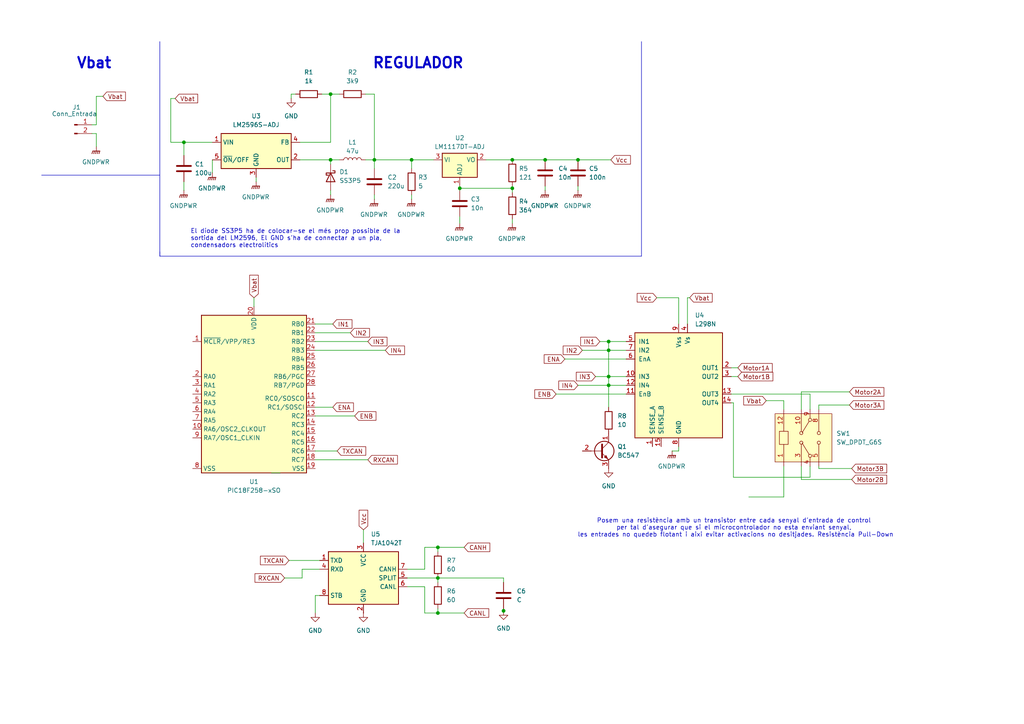
<source format=kicad_sch>
(kicad_sch (version 20250114) (generator "eeschema") (generator_version "9.0")
  (paper "A4")
  (lib_symbols
    (symbol "Connector:Conn_01x02_Pin" (pin_names (offset 1.016) (hide yes))
      (property "Reference" "J" (at 0 2.54 0))
      (property "Value" "Conn_01x02_Pin" (at 0 -5.08 0))
      (symbol "Conn_01x02_Pin_1_1"
        (rectangle (start 0.8636 0.127) (end 0 -0.127) (stroke (width 0.1524)) (fill (type outline)))
        (rectangle (start 0.8636 -2.413) (end 0 -2.667) (stroke (width 0.1524)) (fill (type outline)))
        (polyline (pts (xy 1.27 0) (xy 0.8636 0)) (stroke (width 0.1524)))
        (polyline (pts (xy 1.27 -2.54) (xy 0.8636 -2.54)) (stroke (width 0.1524)))
        (pin passive line (at 5.08 0 180) (length 3.81) (name "Pin_1") (number "1"))
        (pin passive line (at 5.08 -2.54 180) (length 3.81) (name "Pin_2") (number "2"))
      )
    )
    (symbol "Device:C" (pin_numbers (hide yes)) (pin_names (offset 0.254))
      (property "Reference" "C" (at 0.635 2.54 0))
      (property "Value" "C" (at 0.635 -2.54 0))
      (symbol "C_0_1"
        (polyline (pts (xy -2.032 0.762) (xy 2.032 0.762)) (stroke (width 0.508)))
        (polyline (pts (xy -2.032 -0.762) (xy 2.032 -0.762)) (stroke (width 0.508)))
      )
      (symbol "C_1_1"
        (pin passive line (at 0 3.81 270) (length 2.794) (name "~") (number "1"))
        (pin passive line (at 0 -3.81 90) (length 2.794) (name "~") (number "2"))
      )
    )
    (symbol "Device:L" (pin_numbers (hide yes)) (pin_names (offset 1.016) (hide yes))
      (property "Reference" "L" (at -1.27 0 90))
      (property "Value" "L" (at 1.905 0 90))
      (symbol "L_0_1"
        (arc (start 0 2.54) (mid 0.6323 1.905) (end 0 1.27))
        (arc (start 0 1.27) (mid 0.6323 0.635) (end 0 0))
        (arc (start 0 0) (mid 0.6323 -0.635) (end 0 -1.27))
        (arc (start 0 -1.27) (mid 0.6323 -1.905) (end 0 -2.54))
      )
      (symbol "L_1_1"
        (pin passive line (at 0 3.81 270) (length 1.27) (name "1") (number "1"))
        (pin passive line (at 0 -3.81 90) (length 1.27) (name "2") (number "2"))
      )
    )
    (symbol "Device:R" (pin_numbers (hide yes)) (pin_names (offset 0))
      (property "Reference" "R" (at 2.032 0 90))
      (property "Value" "R" (at 0 0 90))
      (symbol "R_0_1"
        (rectangle (start -1.016 -2.54) (end 1.016 2.54) (stroke (width 0.254)))
      )
      (symbol "R_1_1"
        (pin passive line (at 0 3.81 270) (length 1.27) (name "~") (number "1"))
        (pin passive line (at 0 -3.81 90) (length 1.27) (name "~") (number "2"))
      )
    )
    (symbol "Driver_Motor:L298N" (pin_names (offset 1.016))
      (property "Reference" "U" (at -10.16 16.51 0))
      (property "Value" "L298N" (at 12.7 16.51 0))
      (symbol "L298N_0_1"
        (rectangle (start -12.7 15.24) (end 12.7 -15.24) (stroke (width 0.254)) (fill (type background)))
      )
      (symbol "L298N_1_1"
        (pin input line (at -15.24 12.7 0) (length 2.54) (name "IN1") (number "5"))
        (pin input line (at -15.24 10.16 0) (length 2.54) (name "IN2") (number "7"))
        (pin input line (at -15.24 7.62 0) (length 2.54) (name "EnA") (number "6"))
        (pin input line (at -15.24 2.54 0) (length 2.54) (name "IN3") (number "10"))
        (pin input line (at -15.24 0 0) (length 2.54) (name "IN4") (number "12"))
        (pin input line (at -15.24 -2.54 0) (length 2.54) (name "EnB") (number "11"))
        (pin power_in line (at -7.62 -17.78 90) (length 2.54) (name "SENSE_A") (number "1"))
        (pin power_in line (at -5.08 -17.78 90) (length 2.54) (name "SENSE_B") (number "15"))
        (pin power_in line (at 0 17.78 270) (length 2.54) (name "Vss") (number "9"))
        (pin power_in line (at 0 -17.78 90) (length 2.54) (name "GND") (number "8"))
        (pin power_in line (at 2.54 17.78 270) (length 2.54) (name "Vs") (number "4"))
        (pin output line (at 15.24 5.08 180) (length 2.54) (name "OUT1") (number "2"))
        (pin output line (at 15.24 2.54 180) (length 2.54) (name "OUT2") (number "3"))
        (pin output line (at 15.24 -2.54 180) (length 2.54) (name "OUT3") (number "13"))
        (pin output line (at 15.24 -5.08 180) (length 2.54) (name "OUT4") (number "14"))
      )
    )
    (symbol "Interface_CAN_LIN:TJA1042T"
      (property "Reference" "U" (at -10.16 8.89 0))
      (property "Value" "TJA1042T" (at 1.27 8.89 0))
      (symbol "TJA1042T_0_1"
        (rectangle (start -10.16 7.62) (end 10.16 -7.62) (stroke (width 0.254)) (fill (type background)))
      )
      (symbol "TJA1042T_1_1"
        (pin input line (at -12.7 5.08 0) (length 2.54) (name "TXD") (number "1"))
        (pin output line (at -12.7 2.54 0) (length 2.54) (name "RXD") (number "4"))
        (pin input line (at -12.7 -5.08 0) (length 2.54) (name "STB") (number "8"))
        (pin power_in line (at 0 10.16 270) (length 2.54) (name "VCC") (number "3"))
        (pin power_in line (at 0 -10.16 90) (length 2.54) (name "GND") (number "2"))
        (pin bidirectional line (at 12.7 2.54 180) (length 2.54) (name "CANH") (number "7"))
        (pin power_out line (at 12.7 0 180) (length 2.54) (name "SPLIT") (number "5"))
        (pin bidirectional line (at 12.7 -2.54 180) (length 2.54) (name "CANL") (number "6"))
      )
    )
    (symbol "PracticasKiCad:PIC18F258-xSO"
      (property "Reference" "U" (at -12.7 25.4 0))
      (property "Value" "PIC18F258-xSO" (at 12.7 25.4 0))
      (symbol "PIC18F258-xSO_1_1"
        (rectangle (start -15.24 22.86) (end 15.24 -22.86) (stroke (width 0.254)) (fill (type background)))
        (pin input line (at -17.78 15.24 0) (length 2.54) (name "~{MCLR}/VPP/RE3") (number "1"))
        (pin bidirectional line (at -17.78 5.08 0) (length 2.54) (name "RA0") (number "2"))
        (pin bidirectional line (at -17.78 2.54 0) (length 2.54) (name "RA1") (number "3"))
        (pin bidirectional line (at -17.78 0 0) (length 2.54) (name "RA2") (number "4"))
        (pin bidirectional line (at -17.78 -2.54 0) (length 2.54) (name "RA3") (number "5"))
        (pin bidirectional line (at -17.78 -5.08 0) (length 2.54) (name "RA4") (number "6"))
        (pin bidirectional line (at -17.78 -7.62 0) (length 2.54) (name "RA5") (number "7"))
        (pin bidirectional line (at -17.78 -10.16 0) (length 2.54) (name "RA6/OSC2_CLKOUT") (number "10"))
        (pin bidirectional line (at -17.78 -12.7 0) (length 2.54) (name "RA7/OSC1_CLKIN") (number "9"))
        (pin power_in line (at -17.78 -21.59 0) (length 2.54) (name "VSS") (number "8"))
        (pin power_in line (at 0 25.4 270) (length 2.54) (name "VDD") (number "20"))
        (pin bidirectional line (at 17.78 20.32 180) (length 2.54) (name "RB0") (number "21"))
        (pin bidirectional line (at 17.78 17.78 180) (length 2.54) (name "RB1") (number "22"))
        (pin bidirectional line (at 17.78 15.24 180) (length 2.54) (name "RB2") (number "23"))
        (pin bidirectional line (at 17.78 12.7 180) (length 2.54) (name "RB3") (number "24"))
        (pin bidirectional line (at 17.78 10.16 180) (length 2.54) (name "RB4") (number "25"))
        (pin bidirectional line (at 17.78 7.62 180) (length 2.54) (name "RB5") (number "26"))
        (pin bidirectional line (at 17.78 5.08 180) (length 2.54) (name "RB6/PGC") (number "27"))
        (pin bidirectional line (at 17.78 2.54 180) (length 2.54) (name "RB7/PGD") (number "28"))
        (pin bidirectional line (at 17.78 -1.27 180) (length 2.54) (name "RC0/SOSCO") (number "11"))
        (pin bidirectional line (at 17.78 -3.81 180) (length 2.54) (name "RC1/SOSCI") (number "12"))
        (pin bidirectional line (at 17.78 -6.35 180) (length 2.54) (name "RC2") (number "13"))
        (pin bidirectional line (at 17.78 -8.89 180) (length 2.54) (name "RC3") (number "14"))
        (pin bidirectional line (at 17.78 -11.43 180) (length 2.54) (name "RC4") (number "15"))
        (pin bidirectional line (at 17.78 -13.97 180) (length 2.54) (name "RC5") (number "16"))
        (pin bidirectional line (at 17.78 -16.51 180) (length 2.54) (name "RC6") (number "17"))
        (pin bidirectional line (at 17.78 -19.05 180) (length 2.54) (name "RC7") (number "18"))
        (pin power_in line (at 17.78 -21.59 180) (length 2.54) (name "VSS") (number "19"))
      )
    )
    (symbol "PracticasKiCad:SS3P5" (pin_numbers (hide yes)) (pin_names (offset 1.016) (hide yes))
      (property "Reference" "D" (at 0 2.54 0))
      (property "Value" "SS3P5" (at 0 -2.54 0))
      (symbol "SS3P5_0_1"
        (polyline (pts (xy -1.905 0.635) (xy -1.905 1.27) (xy -1.27 1.27) (xy -1.27 -1.27) (xy -0.635 -1.27) (xy -0.635 -0.635)) (stroke (width 0.254)))
        (polyline (pts (xy 1.27 1.27) (xy 1.27 -1.27) (xy -1.27 0) (xy 1.27 1.27)) (stroke (width 0.254)))
        (polyline (pts (xy 1.27 0) (xy -1.27 0)))
      )
      (symbol "SS3P5_1_1"
        (pin passive line (at -3.81 0 0) (length 2.54) (name "K") (number "1"))
        (pin passive line (at 3.81 0 180) (length 2.54) (name "A") (number "2"))
      )
    )
    (symbol "PracticasKiCad:SW_DPDT_G6S" (pin_names (offset 1) (hide yes))
      (property "Reference" "SW" (at 15.24 13.97 0))
      (property "Value" "SW_DPDT_G6S" (at 18.288 -10.668 0))
      (symbol "SW_DPDT_G6S_0_1"
        (rectangle (start 11.43 7.62) (end 13.97 3.81))
        (circle (center 17.78 7.112) (radius 0.4572))
        (circle (center 17.78 4.318) (radius 0.4572))
        (polyline (pts (xy 20.066 10.541) (xy 18.034 7.239)))
        (polyline (pts (xy 20.066 0.889) (xy 18.034 4.191)))
        (circle (center 20.32 10.922) (radius 0.4572))
        (circle (center 20.32 0.508) (radius 0.4572))
        (circle (center 22.86 7.112) (radius 0.4572))
        (circle (center 22.86 4.318) (radius 0.4572))
      )
      (symbol "SW_DPDT_G6S_1_1"
        (rectangle (start 10.16 12.7) (end 26.67 -1.27) (fill (type background)))
        (pin passive line (at 12.7 13.97 270) (length 6.35) (name "") (number "12"))
        (pin passive line (at 12.7 -2.54 90) (length 6.35) (name "") (number "1"))
        (pin passive line (at 17.78 13.97 270) (length 6.35) (name "") (number "10"))
        (pin passive line (at 17.78 -2.54 90) (length 6.35) (name "") (number "3"))
        (pin passive line (at 20.32 13.97 270) (length 2.54) (name "") (number "9"))
        (pin passive line (at 20.32 -2.54 90) (length 2.54) (name "") (number "4"))
        (pin passive line (at 22.86 13.97 270) (length 6.35) (name "") (number "8"))
        (pin passive line (at 22.86 -2.54 90) (length 6.35) (name "") (number "5"))
      )
    )
    (symbol "Regulator_Linear:LM1117DT-ADJ"
      (property "Reference" "U" (at -3.81 3.175 0))
      (property "Value" "LM1117DT-ADJ" (at 0 3.175 0))
      (symbol "LM1117DT-ADJ_0_1"
        (rectangle (start -5.08 -5.08) (end 5.08 1.905) (stroke (width 0.254)) (fill (type background)))
      )
      (symbol "LM1117DT-ADJ_1_1"
        (pin power_in line (at -7.62 0 0) (length 2.54) (name "VI") (number "3"))
        (pin input line (at 0 -7.62 90) (length 2.54) (name "ADJ") (number "1"))
        (pin power_out line (at 7.62 0 180) (length 2.54) (name "VO") (number "2"))
      )
    )
    (symbol "Regulator_Switching:LM2596S-ADJ"
      (property "Reference" "U" (at -10.16 6.35 0))
      (property "Value" "LM2596S-ADJ" (at 0 6.35 0))
      (symbol "LM2596S-ADJ_0_1"
        (rectangle (start -10.16 5.08) (end 10.16 -5.08) (stroke (width 0.254)) (fill (type background)))
      )
      (symbol "LM2596S-ADJ_1_1"
        (pin power_in line (at -12.7 2.54 0) (length 2.54) (name "VIN") (number "1"))
        (pin input line (at -12.7 -2.54 0) (length 2.54) (name "~{ON}/OFF") (number "5"))
        (pin power_in line (at 0 -7.62 90) (length 2.54) (name "GND") (number "3"))
        (pin input line (at 12.7 2.54 180) (length 2.54) (name "FB") (number "4"))
        (pin output line (at 12.7 -2.54 180) (length 2.54) (name "OUT") (number "2"))
      )
    )
    (symbol "Transistor_BJT:BC547" (pin_names (offset 0) (hide yes))
      (property "Reference" "Q" (at 5.08 1.905 0))
      (property "Value" "BC547" (at 5.08 0 0))
      (symbol "BC547_0_1"
        (polyline (pts (xy -2.54 0) (xy 0.635 0)))
        (polyline (pts (xy 0.635 1.905) (xy 0.635 -1.905)) (stroke (width 0.508)))
        (circle (center 1.27 0) (radius 2.8194) (stroke (width 0.254)))
      )
      (symbol "BC547_1_1"
        (polyline (pts (xy 0.635 0.635) (xy 2.54 2.54)))
        (polyline (pts (xy 0.635 -0.635) (xy 2.54 -2.54)))
        (polyline (pts (xy 1.27 -1.778) (xy 1.778 -1.27) (xy 2.286 -2.286) (xy 1.27 -1.778)) (fill (type outline)))
        (pin input line (at -5.08 0 0) (length 2.54) (name "B") (number "2"))
        (pin passive line (at 2.54 5.08 270) (length 2.54) (name "C") (number "1"))
        (pin passive line (at 2.54 -5.08 90) (length 2.54) (name "E") (number "3"))
      )
    )
    (symbol "power:GND" (power) (pin_numbers (hide yes)) (pin_names (offset 0) (hide yes))
      (property "Value" "GND" (at 0 -3.81 0))
      (symbol "GND_0_1"
        (polyline (pts (xy 0 0) (xy 0 -1.27) (xy 1.27 -1.27) (xy 0 -2.54) (xy -1.27 -1.27) (xy 0 -1.27)))
      )
      (symbol "GND_1_1"
        (pin power_in line (at 0 0 270) (length 0) (name "~") (number "1"))
      )
    )
    (symbol "power:GNDPWR" (power) (pin_numbers (hide yes)) (pin_names (offset 0) (hide yes))
      (property "Value" "GNDPWR" (at 0 -3.302 0))
      (symbol "GNDPWR_0_1"
        (polyline (pts (xy -1.016 -1.27) (xy -1.27 -2.032) (xy -1.27 -2.032)) (stroke (width 0.2032)))
        (polyline (pts (xy -0.508 -1.27) (xy -0.762 -2.032) (xy -0.762 -2.032)) (stroke (width 0.2032)))
        (polyline (pts (xy 0 -1.27) (xy 0 0)))
        (polyline (pts (xy 0 -1.27) (xy -0.254 -2.032) (xy -0.254 -2.032)) (stroke (width 0.2032)))
        (polyline (pts (xy 0.508 -1.27) (xy 0.254 -2.032) (xy 0.254 -2.032)) (stroke (width 0.2032)))
        (polyline (pts (xy 1.016 -1.27) (xy -1.016 -1.27) (xy -1.016 -1.27)) (stroke (width 0.2032)))
        (polyline (pts (xy 1.016 -1.27) (xy 0.762 -2.032) (xy 0.762 -2.032) (xy 0.762 -2.032)) (stroke (width 0.2032)))
      )
      (symbol "GNDPWR_1_1"
        (pin power_in line (at 0 0 270) (length 0) (name "~") (number "1"))
      )
    )
  )
  (text "REGULADOR" (at 121.285 18.415 0) (effects (font (size 3 3) (thickness 0.6) (bold yes))))
  (text "Vbat\n" (at 27.305 18.415 0) (effects (font (size 3 3) (thickness 0.6) (bold yes))))
  (text "El díode SS3P5 ha de colocar-se el més prop possible de la \nsortida del LM2596, El GND s'ha de connectar a un pla,\ncondensadors electrolítics\n" (at 55.245 69.215 0) (effects (font (size 1.27 1.27) (thickness 0.1588)) (justify left)))
  (text "Posem una resistència amb un transistor entre cada senyal d'entrada de control \nper tal d'asegurar que si el microcontrolador no esta enviant senyal, \nles entrades no quedeb flotant i aixi evitar activacions no desitjades. Resistència Pull-Down" (at 213.36 153.162 0) (effects (font (size 1.27 1.27))))
  (junction (at 127 177.8))
  (junction (at 95.885 27.305))
  (junction (at 95.885 46.355))
  (junction (at 148.59 54.61))
  (junction (at 148.59 46.355))
  (junction (at 53.34 41.275))
  (junction (at 146.05 177.165))
  (junction (at 176.53 101.6))
  (junction (at 176.53 99.06))
  (junction (at 127 158.75))
  (junction (at 127 167.64))
  (junction (at 176.53 111.76))
  (junction (at 133.35 54.61))
  (junction (at 108.585 46.355))
  (junction (at 176.53 109.22))
  (junction (at 167.64 46.355))
  (junction (at 119.38 46.355))
  (junction (at 158.115 46.355))
  (wire (pts (xy 196.85 130.81) (xy 194.945 130.81)))
  (wire (pts (xy 26.67 38.735) (xy 27.94 38.735)))
  (wire (pts (xy 85.725 27.305) (xy 84.455 27.305)))
  (wire (pts (xy 158.115 53.975) (xy 158.115 55.245)))
  (wire (pts (xy 95.885 41.275) (xy 95.885 27.305)))
  (wire (pts (xy 118.11 165.1) (xy 123.19 165.1)))
  (wire (pts (xy 49.53 28.575) (xy 49.53 41.275)))
  (wire (pts (xy 91.44 118.11) (xy 96.52 118.11)))
  (wire (pts (xy 148.59 54.61) (xy 148.59 55.88)))
  (wire (pts (xy 212.725 138.43) (xy 234.95 138.43)))
  (wire (pts (xy 108.585 46.355) (xy 108.585 27.305)))
  (wire (pts (xy 246.38 117.475) (xy 237.49 117.475)))
  (wire (pts (xy 176.53 99.06) (xy 181.61 99.06)))
  (wire (pts (xy 127 177.8) (xy 134.62 177.8)))
  (polyline (pts (xy 46.355 74.295) (xy 46.355 73.025)))
  (wire (pts (xy 119.38 57.785) (xy 119.38 56.515)))
  (wire (pts (xy 247.015 135.89) (xy 237.49 135.89)))
  (wire (pts (xy 172.72 109.22) (xy 176.53 109.22)))
  (wire (pts (xy 127 158.75) (xy 134.62 158.75)))
  (wire (pts (xy 158.115 46.355) (xy 167.64 46.355)))
  (wire (pts (xy 87.63 165.1) (xy 92.71 165.1)))
  (wire (pts (xy 108.585 46.355) (xy 108.585 48.895)))
  (wire (pts (xy 227.33 116.205) (xy 227.33 118.745)))
  (wire (pts (xy 127 158.75) (xy 127 160.02)))
  (wire (pts (xy 119.38 46.355) (xy 125.73 46.355)))
  (wire (pts (xy 148.59 46.355) (xy 158.115 46.355)))
  (wire (pts (xy 176.53 99.06) (xy 176.53 101.6)))
  (wire (pts (xy 133.35 62.865) (xy 133.35 64.77)))
  (wire (pts (xy 167.64 53.975) (xy 167.64 55.245)))
  (wire (pts (xy 123.19 177.8) (xy 127 177.8)))
  (wire (pts (xy 176.53 111.76) (xy 181.61 111.76)))
  (wire (pts (xy 127 167.64) (xy 146.05 167.64)))
  (wire (pts (xy 232.41 139.065) (xy 247.015 139.065)))
  (wire (pts (xy 146.05 177.8) (xy 146.05 177.165)))
  (wire (pts (xy 108.585 56.515) (xy 108.585 57.785)))
  (wire (pts (xy 123.19 158.75) (xy 127 158.75)))
  (wire (pts (xy 217.17 144.145) (xy 227.33 144.145)))
  (wire (pts (xy 93.345 27.305) (xy 95.885 27.305)))
  (wire (pts (xy 91.44 96.52) (xy 101.6 96.52)))
  (wire (pts (xy 212.725 116.84) (xy 212.725 138.43)))
  (wire (pts (xy 53.34 41.275) (xy 61.595 41.275)))
  (wire (pts (xy 105.41 153.67) (xy 105.41 157.48)))
  (wire (pts (xy 95.885 46.355) (xy 98.425 46.355)))
  (wire (pts (xy 133.35 54.61) (xy 148.59 54.61)))
  (wire (pts (xy 53.34 41.275) (xy 53.34 45.085)))
  (wire (pts (xy 227.33 135.255) (xy 227.33 144.145)))
  (wire (pts (xy 199.39 86.36) (xy 200.025 86.36)))
  (wire (pts (xy 118.11 170.18) (xy 123.19 170.18)))
  (wire (pts (xy 167.64 111.76) (xy 176.53 111.76)))
  (wire (pts (xy 82.55 167.64) (xy 87.63 167.64)))
  (wire (pts (xy 199.39 86.36) (xy 199.39 93.98)))
  (wire (pts (xy 81.28 137.16) (xy 78.74 137.16)))
  (wire (pts (xy 108.585 27.305) (xy 106.045 27.305)))
  (wire (pts (xy 91.44 120.65) (xy 102.87 120.65)))
  (wire (pts (xy 222.25 116.205) (xy 227.33 116.205)))
  (wire (pts (xy 173.99 99.06) (xy 176.53 99.06)))
  (wire (pts (xy 176.53 101.6) (xy 181.61 101.6)))
  (wire (pts (xy 91.44 130.81) (xy 97.79 130.81)))
  (wire (pts (xy 86.995 46.355) (xy 95.885 46.355)))
  (wire (pts (xy 49.53 41.275) (xy 53.34 41.275)))
  (wire (pts (xy 127 167.64) (xy 127 168.91)))
  (wire (pts (xy 232.41 113.665) (xy 246.38 113.665)))
  (wire (pts (xy 196.85 86.36) (xy 196.85 93.98)))
  (wire (pts (xy 148.59 53.975) (xy 148.59 54.61)))
  (wire (pts (xy 190.5 86.36) (xy 196.85 86.36)))
  (wire (pts (xy 212.09 114.3) (xy 234.95 114.3)))
  (wire (pts (xy 140.97 46.355) (xy 148.59 46.355)))
  (wire (pts (xy 53.34 52.705) (xy 53.34 55.245)))
  (wire (pts (xy 234.95 135.255) (xy 234.95 138.43)))
  (polyline (pts (xy 186.055 12.065) (xy 186.055 74.295)))
  (wire (pts (xy 27.94 36.195) (xy 26.67 36.195)))
  (wire (pts (xy 95.885 46.355) (xy 95.885 47.625)))
  (wire (pts (xy 212.09 106.68) (xy 213.995 106.68)))
  (wire (pts (xy 84.455 27.305) (xy 84.455 28.575)))
  (wire (pts (xy 237.49 117.475) (xy 237.49 118.745)))
  (wire (pts (xy 176.53 111.76) (xy 176.53 118.11)))
  (wire (pts (xy 123.19 165.1) (xy 123.19 158.75)))
  (wire (pts (xy 92.71 172.72) (xy 91.44 172.72)))
  (wire (pts (xy 86.995 41.275) (xy 95.885 41.275)))
  (wire (pts (xy 91.44 93.98) (xy 96.52 93.98)))
  (wire (pts (xy 133.35 54.61) (xy 133.35 55.245)))
  (wire (pts (xy 27.94 27.94) (xy 27.94 36.195)))
  (wire (pts (xy 146.05 176.53) (xy 146.05 177.165)))
  (wire (pts (xy 74.295 51.435) (xy 74.295 52.705)))
  (wire (pts (xy 118.11 167.64) (xy 127 167.64)))
  (wire (pts (xy 212.09 116.84) (xy 212.725 116.84)))
  (wire (pts (xy 232.41 135.255) (xy 232.41 139.065)))
  (wire (pts (xy 234.95 114.3) (xy 234.95 118.745)))
  (wire (pts (xy 27.94 38.735) (xy 27.94 42.545)))
  (wire (pts (xy 95.885 27.305) (xy 98.425 27.305)))
  (wire (pts (xy 168.91 101.6) (xy 176.53 101.6)))
  (wire (pts (xy 106.045 46.355) (xy 108.585 46.355)))
  (wire (pts (xy 146.05 167.64) (xy 146.05 168.91)))
  (wire (pts (xy 176.53 109.22) (xy 176.53 111.76)))
  (wire (pts (xy 87.63 167.64) (xy 87.63 165.1)))
  (wire (pts (xy 176.53 109.22) (xy 181.61 109.22)))
  (wire (pts (xy 91.44 133.35) (xy 106.68 133.35)))
  (wire (pts (xy 133.35 53.975) (xy 133.35 54.61)))
  (wire (pts (xy 73.66 86.36) (xy 73.66 88.9)))
  (wire (pts (xy 50.8 28.575) (xy 49.53 28.575)))
  (wire (pts (xy 161.29 114.3) (xy 181.61 114.3)))
  (wire (pts (xy 91.44 101.6) (xy 111.76 101.6)))
  (wire (pts (xy 83.82 162.56) (xy 92.71 162.56)))
  (wire (pts (xy 176.53 101.6) (xy 176.53 109.22)))
  (wire (pts (xy 27.94 27.94) (xy 29.845 27.94)))
  (wire (pts (xy 237.49 135.89) (xy 237.49 135.255)))
  (wire (pts (xy 91.44 172.72) (xy 91.44 177.8)))
  (wire (pts (xy 196.85 129.54) (xy 196.85 130.81)))
  (wire (pts (xy 91.44 99.06) (xy 106.68 99.06)))
  (wire (pts (xy 167.64 46.355) (xy 177.165 46.355)))
  (polyline (pts (xy 12.065 50.8) (xy 46.355 50.8)))
  (wire (pts (xy 95.885 55.245) (xy 95.885 56.515)))
  (wire (pts (xy 61.595 46.355) (xy 61.595 50.165)))
  (wire (pts (xy 148.59 63.5) (xy 148.59 64.77)))
  (wire (pts (xy 127 176.53) (xy 127 177.8)))
  (wire (pts (xy 119.38 46.355) (xy 119.38 48.895)))
  (wire (pts (xy 232.41 118.745) (xy 232.41 113.665)))
  (wire (pts (xy 108.585 46.355) (xy 119.38 46.355)))
  (polyline (pts (xy 46.355 12.065) (xy 46.355 74.295)))
  (polyline (pts (xy 46.355 74.295) (xy 186.055 74.295)))
  (wire (pts (xy 212.09 109.22) (xy 213.995 109.22)))
  (wire (pts (xy 123.19 170.18) (xy 123.19 177.8)))
  (wire (pts (xy 163.83 104.14) (xy 181.61 104.14)))
  (global_label "ENB" (shape input) (at 102.87 120.65 0) (property "Intersheetrefs" "${INTERSHEET_REFS}" (effects (hide yes))))
  (global_label "Motor2B" (shape input) (at 247.015 139.065 0) (property "Intersheetrefs" "${INTERSHEET_REFS}" (effects (hide yes))))
  (global_label "RXCAN" (shape input) (at 106.68 133.35 0) (property "Intersheetrefs" "${INTERSHEET_REFS}" (effects (hide yes))))
  (global_label "Vcc" (shape input) (at 105.41 153.67 90) (property "Intersheetrefs" "${INTERSHEET_REFS}" (effects (hide yes))))
  (global_label "IN2" (shape input) (at 101.6 96.52 0) (property "Intersheetrefs" "${INTERSHEET_REFS}" (effects (hide yes))))
  (global_label "Motor3A" (shape input) (at 246.38 117.475 0) (property "Intersheetrefs" "${INTERSHEET_REFS}" (effects (hide yes))))
  (global_label "Vbat" (shape input) (at 222.25 116.205 180) (property "Intersheetrefs" "${INTERSHEET_REFS}" (effects (hide yes))))
  (global_label "IN4" (shape input) (at 167.64 111.76 180) (property "Intersheetrefs" "${INTERSHEET_REFS}" (effects (hide yes))))
  (global_label "ENA" (shape input) (at 163.83 104.14 180) (property "Intersheetrefs" "${INTERSHEET_REFS}" (effects (hide yes))))
  (global_label "Motor3B" (shape input) (at 247.015 135.89 0) (property "Intersheetrefs" "${INTERSHEET_REFS}" (effects (hide yes))))
  (global_label "Vbat" (shape input) (at 50.8 28.575 0) (property "Intersheetrefs" "${INTERSHEET_REFS}" (effects (hide yes))))
  (global_label "IN1" (shape input) (at 173.99 99.06 180) (property "Intersheetrefs" "${INTERSHEET_REFS}" (effects (hide yes))))
  (global_label "Vcc" (shape input) (at 190.5 86.36 180) (property "Intersheetrefs" "${INTERSHEET_REFS}" (effects (hide yes))))
  (global_label "Vcc" (shape input) (at 177.165 46.355 0) (property "Intersheetrefs" "${INTERSHEET_REFS}" (effects (hide yes))))
  (global_label "Vbat" (shape input) (at 73.66 86.36 90) (property "Intersheetrefs" "${INTERSHEET_REFS}" (effects (hide yes))))
  (global_label "Motor1B" (shape input) (at 213.995 109.22 0) (property "Intersheetrefs" "${INTERSHEET_REFS}" (effects (hide yes))))
  (global_label "IN1" (shape input) (at 96.52 93.98 0) (property "Intersheetrefs" "${INTERSHEET_REFS}" (effects (hide yes))))
  (global_label "ENA" (shape input) (at 96.52 118.11 0) (property "Intersheetrefs" "${INTERSHEET_REFS}" (effects (hide yes))))
  (global_label "IN2" (shape input) (at 168.91 101.6 180) (property "Intersheetrefs" "${INTERSHEET_REFS}" (effects (hide yes))))
  (global_label "IN4" (shape input) (at 111.76 101.6 0) (property "Intersheetrefs" "${INTERSHEET_REFS}" (effects (hide yes))))
  (global_label "TXCAN" (shape input) (at 83.82 162.56 180) (property "Intersheetrefs" "${INTERSHEET_REFS}" (effects (hide yes))))
  (global_label "RXCAN" (shape input) (at 82.55 167.64 180) (property "Intersheetrefs" "${INTERSHEET_REFS}" (effects (hide yes))))
  (global_label "CANL" (shape input) (at 134.62 177.8 0) (property "Intersheetrefs" "${INTERSHEET_REFS}" (effects (hide yes))))
  (global_label "Vbat" (shape input) (at 200.025 86.36 0) (property "Intersheetrefs" "${INTERSHEET_REFS}" (effects (hide yes))))
  (global_label "IN3" (shape input) (at 172.72 109.22 180) (property "Intersheetrefs" "${INTERSHEET_REFS}" (effects (hide yes))))
  (global_label "Motor1A" (shape input) (at 213.995 106.68 0) (property "Intersheetrefs" "${INTERSHEET_REFS}" (effects (hide yes))))
  (global_label "IN3" (shape input) (at 106.68 99.06 0) (property "Intersheetrefs" "${INTERSHEET_REFS}" (effects (hide yes))))
  (global_label "TXCAN" (shape input) (at 97.79 130.81 0) (property "Intersheetrefs" "${INTERSHEET_REFS}" (effects (hide yes))))
  (global_label "CANH" (shape input) (at 134.62 158.75 0) (property "Intersheetrefs" "${INTERSHEET_REFS}" (effects (hide yes))))
  (global_label "Vbat" (shape input) (at 29.845 27.94 0) (property "Intersheetrefs" "${INTERSHEET_REFS}" (effects (hide yes))))
  (global_label "Motor2A" (shape input) (at 246.38 113.665 0) (property "Intersheetrefs" "${INTERSHEET_REFS}" (effects (hide yes))))
  (global_label "ENB" (shape input) (at 161.29 114.3 180) (property "Intersheetrefs" "${INTERSHEET_REFS}" (effects (hide yes))))
  (symbol (lib_id "power:GNDPWR") (at 53.34 55.245 0) (unit 1)
    (property "Reference" "#PWR01" (effects (hide yes)))
    (property "Value" "GNDPWR" (at 53.213 59.69 0))
    (property "Description" "Power symbol creates a global label with name \"GNDPWR\" , global ground" (effects (hide yes)))
  )
  (symbol (lib_id "PracticasKiCad:PIC18F258-xSO") (at 73.66 114.3 0) (unit 1)
    (property "Reference" "U1" (at 73.66 139.7 0))
    (property "Value" "PIC18F258-xSO" (at 73.66 142.24 0))
    (property "Footprint" "Package_SO:SOIC-28W_7.5x17.9mm_P1.27mm" (effects (hide yes)))
    (property "Datasheet" "http://ww1.microchip.com/downloads/en/DeviceDoc/40001412G.pdf" (effects (hide yes)))
    (property "Description" "8K Flash, 512B SRAM, 256B EEPROM, nanoWatt XLP, 2.3V to 5.5V, SOIC28" (effects (hide yes)))
  )
  (symbol (lib_id "Interface_CAN_LIN:TJA1042T") (at 105.41 167.64 0) (unit 1)
    (property "Reference" "U5" (at 107.5533 154.94 0) (effects (justify left)))
    (property "Value" "TJA1042T" (at 107.5533 157.48 0) (effects (justify left)))
    (property "Footprint" "Package_SO:SOIC-8_3.9x4.9mm_P1.27mm" (effects (hide yes)))
    (property "Datasheet" "http://www.nxp.com/docs/en/data-sheet/TJA1042.pdf" (effects (hide yes)))
    (property "Description" "High-Speed CAN Transceiver, standby mode, split pin, SOIC-8" (effects (hide yes)))
  )
  (symbol (lib_id "PracticasKiCad:SW_DPDT_G6S") (at 214.63 132.715 0) (unit 1)
    (property "Reference" "SW1" (at 242.57 125.7299 0) (effects (justify left)))
    (property "Value" "SW_DPDT_G6S" (at 242.57 128.2699 0) (effects (justify left)))
    (property "Description" "Switch, dual pole double throw" (effects (hide yes)))
  )
  (symbol (lib_id "power:GNDPWR") (at 95.885 56.515 0) (unit 1)
    (property "Reference" "#PWR08" (effects (hide yes)))
    (property "Value" "GNDPWR" (at 95.758 60.96 0))
    (property "Description" "Power symbol creates a global label with name \"GNDPWR\" , global ground" (effects (hide yes)))
  )
  (symbol (lib_id "Device:R") (at 148.59 50.165 0) (unit 1)
    (property "Reference" "R5" (at 150.495 48.8949 0) (effects (justify left)))
    (property "Value" "121" (at 150.495 51.4349 0) (effects (justify left)))
    (property "Description" "Resistor" (effects (hide yes)))
  )
  (symbol (lib_id "power:GNDPWR") (at 158.115 55.245 0) (unit 1)
    (property "Reference" "#PWR013" (effects (hide yes)))
    (property "Value" "GNDPWR" (at 157.988 59.69 0))
    (property "Description" "Power symbol creates a global label with name \"GNDPWR\" , global ground" (effects (hide yes)))
  )
  (symbol (lib_id "Driver_Motor:L298N") (at 196.85 111.76 0) (unit 1)
    (property "Reference" "U4" (at 201.5333 91.44 0) (effects (justify left)))
    (property "Value" "L298N" (at 201.5333 93.98 0) (effects (justify left)))
    (property "Footprint" "Package_TO_SOT_THT:TO-220-15_P2.54x2.54mm_StaggerOdd_Lead4.58mm_Vertical" (effects (hide yes)))
    (property "Datasheet" "http://www.st.com/st-web-ui/static/active/en/resource/technical/document/datasheet/CD00000240.pdf" (effects (hide yes)))
    (property "Description" "Dual full bridge motor driver, up to 46V, 4A, Multiwatt15-V" (effects (hide yes)))
  )
  (symbol (lib_id "Device:R") (at 102.235 27.305 90) (unit 1)
    (property "Reference" "R2" (at 102.235 20.955 90))
    (property "Value" "3k9" (at 102.235 23.495 90))
    (property "Description" "Resistor" (effects (hide yes)))
  )
  (symbol (lib_id "power:GND") (at 146.05 177.165 0) (unit 1)
    (property "Reference" "#PWR017" (effects (hide yes)))
    (property "Value" "GND" (at 146.05 182.245 0))
    (property "Description" "Power symbol creates a global label with name \"GND\" , ground" (effects (hide yes)))
  )
  (symbol (lib_id "power:GNDPWR") (at 74.295 52.705 0) (unit 1)
    (property "Reference" "#PWR07" (effects (hide yes)))
    (property "Value" "GNDPWR" (at 74.168 57.15 0))
    (property "Description" "Power symbol creates a global label with name \"GNDPWR\" , global ground" (effects (hide yes)))
  )
  (symbol (lib_id "power:GND") (at 91.44 177.8 0) (unit 1)
    (property "Reference" "#PWR016" (effects (hide yes)))
    (property "Value" "GND" (at 91.44 182.88 0))
    (property "Description" "Power symbol creates a global label with name \"GND\" , ground" (effects (hide yes)))
  )
  (symbol (lib_id "Regulator_Switching:LM2596S-ADJ") (at 74.295 43.815 0) (unit 1)
    (property "Reference" "U3" (at 74.295 33.655 0))
    (property "Value" "LM2596S-ADJ" (at 74.295 36.195 0))
    (property "Footprint" "Package_TO_SOT_SMD:TO-263-5_TabPin3" (effects (hide yes)))
    (property "Datasheet" "http://www.ti.com/lit/ds/symlink/lm2596.pdf" (effects (hide yes)))
    (property "Description" "Adjustable 3A Step-Down Voltage Regulator, TO-263" (effects (hide yes)))
  )
  (symbol (lib_id "power:GNDPWR") (at 148.59 64.77 0) (unit 1)
    (property "Reference" "#PWR012" (effects (hide yes)))
    (property "Value" "GNDPWR" (at 148.463 69.215 0))
    (property "Description" "Power symbol creates a global label with name \"GNDPWR\" , global ground" (effects (hide yes)))
  )
  (symbol (lib_id "power:GND") (at 84.455 28.575 0) (unit 1)
    (property "Reference" "#PWR06" (effects (hide yes)))
    (property "Value" "GND" (at 84.455 33.655 0))
    (property "Description" "Power symbol creates a global label with name \"GND\" , ground" (effects (hide yes)))
  )
  (symbol (lib_id "Regulator_Linear:LM1117DT-ADJ") (at 133.35 46.355 0) (unit 1)
    (property "Reference" "U2" (at 133.35 40.005 0))
    (property "Value" "LM1117DT-ADJ" (at 133.35 42.545 0))
    (property "Footprint" "Package_TO_SOT_SMD:TO-252-3_TabPin2" (effects (hide yes)))
    (property "Datasheet" "http://www.ti.com/lit/ds/symlink/lm1117.pdf" (effects (hide yes)))
    (property "Description" "800mA Low-Dropout Linear Regulator, adjustable output, TO-252" (effects (hide yes)))
  )
  (symbol (lib_id "Device:R") (at 176.53 121.92 0) (unit 1)
    (property "Reference" "R8" (at 179.07 120.6499 0) (effects (justify left)))
    (property "Value" "10" (at 179.07 123.1899 0) (effects (justify left)))
    (property "Description" "Resistor" (effects (hide yes)))
  )
  (symbol (lib_id "Device:C") (at 146.05 172.72 0) (unit 1)
    (property "Reference" "C6" (at 149.86 171.4499 0) (effects (justify left)))
    (property "Value" "C" (at 149.86 173.9899 0) (effects (justify left)))
    (property "Description" "Unpolarized capacitor" (effects (hide yes)))
  )
  (symbol (lib_id "Device:R") (at 127 172.72 0) (unit 1)
    (property "Reference" "R6" (at 129.54 171.4499 0) (effects (justify left)))
    (property "Value" "60" (at 129.54 173.9899 0) (effects (justify left)))
    (property "Description" "Resistor" (effects (hide yes)))
  )
  (symbol (lib_id "PracticasKiCad:SS3P5") (at 95.885 51.435 270) (unit 1)
    (property "Reference" "D1" (at 98.425 49.8474 90) (effects (justify left)))
    (property "Value" "SS3P5" (at 98.425 52.3874 90) (effects (justify left)))
    (property "Description" "Schottky diode" (effects (hide yes)))
  )
  (symbol (lib_id "power:GND") (at 176.53 135.89 0) (unit 1)
    (property "Reference" "#PWR03" (effects (hide yes)))
    (property "Value" "GND" (at 176.53 140.97 0))
    (property "Description" "Power symbol creates a global label with name \"GND\" , ground" (effects (hide yes)))
  )
  (symbol (lib_id "Device:R") (at 148.59 59.69 0) (unit 1)
    (property "Reference" "R4" (at 150.495 58.4199 0) (effects (justify left)))
    (property "Value" "364" (at 150.495 60.9599 0) (effects (justify left)))
    (property "Description" "Resistor" (effects (hide yes)))
  )
  (symbol (lib_id "Device:C") (at 158.115 50.165 0) (unit 1)
    (property "Reference" "C4" (at 161.925 48.8949 0) (effects (justify left)))
    (property "Value" "10n" (at 161.925 51.4349 0) (effects (justify left)))
    (property "Description" "Unpolarized capacitor" (effects (hide yes)))
  )
  (symbol (lib_id "power:GNDPWR") (at 27.94 42.545 0) (unit 1)
    (property "Reference" "#PWR018" (effects (hide yes)))
    (property "Value" "GNDPWR" (at 27.813 46.99 0))
    (property "Description" "Power symbol creates a global label with name \"GNDPWR\" , global ground" (effects (hide yes)))
  )
  (symbol (lib_id "Device:C") (at 53.34 48.895 0) (unit 1)
    (property "Reference" "C1" (at 56.515 47.6249 0) (effects (justify left)))
    (property "Value" "100u" (at 56.515 50.1649 0) (effects (justify left)))
    (property "Description" "Unpolarized capacitor" (effects (hide yes)))
  )
  (symbol (lib_id "power:GNDPWR") (at 133.35 64.77 0) (unit 1)
    (property "Reference" "#PWR011" (effects (hide yes)))
    (property "Value" "GNDPWR" (at 133.223 69.215 0))
    (property "Description" "Power symbol creates a global label with name \"GNDPWR\" , global ground" (effects (hide yes)))
  )
  (symbol (lib_id "Connector:Conn_01x02_Pin") (at 21.59 36.195 0) (unit 1)
    (property "Reference" "J1" (at 22.225 31.115 0))
    (property "Value" "Conn_Entrada" (at 21.59 33.02 0))
    (property "Description" "Generic connector, single row, 01x02, script generated" (effects (hide yes)))
  )
  (symbol (lib_id "power:GNDPWR") (at 167.64 55.245 0) (unit 1)
    (property "Reference" "#PWR014" (effects (hide yes)))
    (property "Value" "GNDPWR" (at 167.513 59.69 0))
    (property "Description" "Power symbol creates a global label with name \"GNDPWR\" , global ground" (effects (hide yes)))
  )
  (symbol (lib_id "power:GND") (at 105.41 177.8 0) (unit 1)
    (property "Reference" "#PWR015" (effects (hide yes)))
    (property "Value" "GND" (at 105.41 182.88 0))
    (property "Description" "Power symbol creates a global label with name \"GND\" , ground" (effects (hide yes)))
  )
  (symbol (lib_id "Device:R") (at 119.38 52.705 180) (unit 1)
    (property "Reference" "R3" (at 121.285 51.4349 0) (effects (justify right)))
    (property "Value" "5" (at 121.285 53.9749 0) (effects (justify right)))
    (property "Description" "Resistor" (effects (hide yes)))
  )
  (symbol (lib_id "power:GNDPWR") (at 119.38 57.785 0) (unit 1)
    (property "Reference" "#PWR010" (effects (hide yes)))
    (property "Value" "GNDPWR" (at 119.253 62.23 0))
    (property "Description" "Power symbol creates a global label with name \"GNDPWR\" , global ground" (effects (hide yes)))
  )
  (symbol (lib_id "Transistor_BJT:BC547") (at 173.99 130.81 0) (unit 1)
    (property "Reference" "Q1" (at 179.07 129.5399 0) (effects (justify left)))
    (property "Value" "BC547" (at 179.07 132.0799 0) (effects (justify left)))
    (property "Footprint" "Package_TO_SOT_THT:TO-92_Inline" (effects (hide yes)))
    (property "Datasheet" "https://www.onsemi.com/pub/Collateral/BC550-D.pdf" (effects (hide yes)))
    (property "Description" "0.1A Ic, 45V Vce, Small Signal NPN Transistor, TO-92" (effects (hide yes)))
  )
  (symbol (lib_id "power:GNDPWR") (at 108.585 57.785 0) (unit 1)
    (property "Reference" "#PWR09" (effects (hide yes)))
    (property "Value" "GNDPWR" (at 108.458 62.23 0))
    (property "Description" "Power symbol creates a global label with name \"GNDPWR\" , global ground" (effects (hide yes)))
  )
  (symbol (lib_id "Device:C") (at 108.585 52.705 0) (unit 1)
    (property "Reference" "C2" (at 112.395 51.4349 0) (effects (justify left)))
    (property "Value" "220u" (at 112.395 53.975 0) (effects (justify left)))
    (property "Description" "Unpolarized capacitor" (effects (hide yes)))
  )
  (symbol (lib_id "power:GNDPWR") (at 194.945 130.81 0) (unit 1)
    (property "Reference" "#PWR04" (effects (hide yes)))
    (property "Value" "GNDPWR" (at 194.818 135.255 0))
    (property "Description" "Power symbol creates a global label with name \"GNDPWR\" , global ground" (effects (hide yes)))
  )
  (symbol (lib_id "Device:C") (at 167.64 50.165 0) (unit 1)
    (property "Reference" "C5" (at 170.815 48.8949 0) (effects (justify left)))
    (property "Value" "100n" (at 170.815 51.4349 0) (effects (justify left)))
    (property "Description" "Unpolarized capacitor" (effects (hide yes)))
  )
  (symbol (lib_id "power:GNDPWR") (at 61.595 50.165 0) (unit 1)
    (property "Reference" "#PWR02" (effects (hide yes)))
    (property "Value" "GNDPWR" (at 61.468 54.61 0))
    (property "Description" "Power symbol creates a global label with name \"GNDPWR\" , global ground" (effects (hide yes)))
  )
  (symbol (lib_id "Device:R") (at 127 163.83 0) (unit 1)
    (property "Reference" "R7" (at 129.54 162.5599 0) (effects (justify left)))
    (property "Value" "60" (at 129.54 165.0999 0) (effects (justify left)))
    (property "Description" "Resistor" (effects (hide yes)))
  )
  (symbol (lib_id "Device:L") (at 102.235 46.355 90) (unit 1)
    (property "Reference" "L1" (at 102.235 41.275 90))
    (property "Value" "47u" (at 102.235 43.815 90))
    (property "Description" "Inductor" (effects (hide yes)))
  )
  (symbol (lib_id "Device:R") (at 89.535 27.305 90) (unit 1)
    (property "Reference" "R1" (at 89.535 20.955 90))
    (property "Value" "1k" (at 89.535 23.495 90))
    (property "Description" "Resistor" (effects (hide yes)))
  )
  (symbol (lib_id "Device:C") (at 133.35 59.055 0) (unit 1)
    (property "Reference" "C3" (at 136.525 57.7849 0) (effects (justify left)))
    (property "Value" "10n" (at 136.525 60.3249 0) (effects (justify left)))
    (property "Description" "Unpolarized capacitor" (effects (hide yes)))
  )
)
</source>
